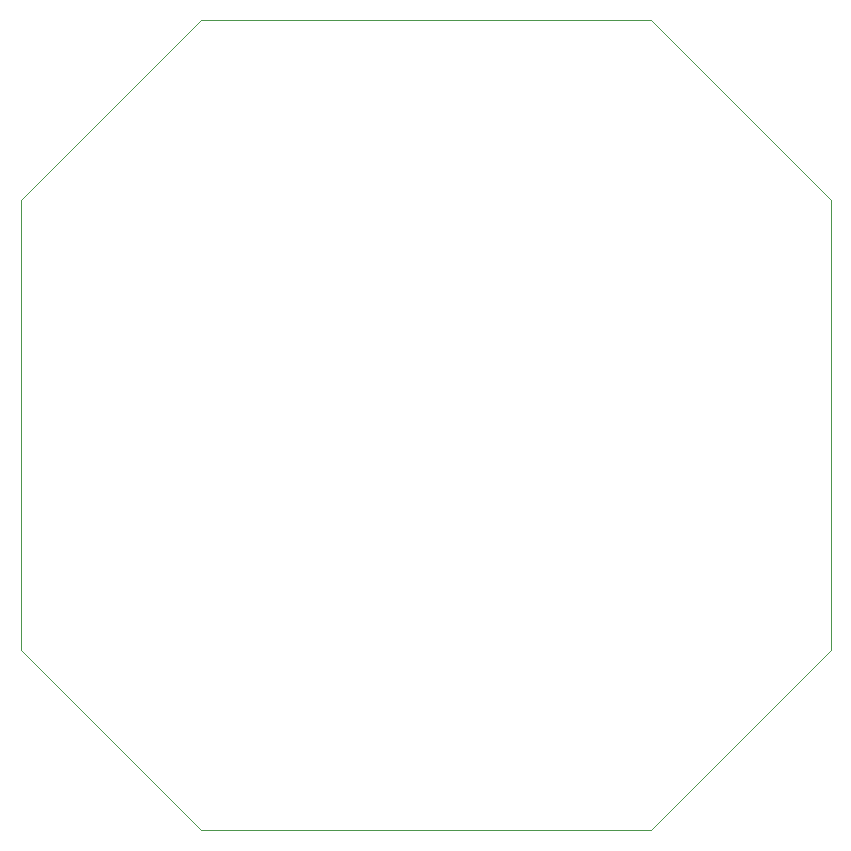
<source format=gm1>
G04 #@! TF.GenerationSoftware,KiCad,Pcbnew,(5.1.4)-1*
G04 #@! TF.CreationDate,2021-11-17T10:26:50+00:00*
G04 #@! TF.ProjectId,3Pi_IRComms_v1,3350695f-4952-4436-9f6d-6d735f76312e,rev?*
G04 #@! TF.SameCoordinates,Original*
G04 #@! TF.FileFunction,Profile,NP*
%FSLAX46Y46*%
G04 Gerber Fmt 4.6, Leading zero omitted, Abs format (unit mm)*
G04 Created by KiCad (PCBNEW (5.1.4)-1) date 2021-11-17 10:26:50*
%MOMM*%
%LPD*%
G04 APERTURE LIST*
%ADD10C,0.050000*%
G04 APERTURE END LIST*
D10*
X86360000Y-125730000D02*
X124460000Y-125730000D01*
X71120000Y-72390000D02*
X71120000Y-110490000D01*
X124460000Y-57150000D02*
X86360000Y-57150000D01*
X139700000Y-72390000D02*
X139700000Y-110490000D01*
X124460000Y-125730000D02*
X139700000Y-110490000D01*
X71120000Y-110490000D02*
X86360000Y-125730000D01*
X86360000Y-57150000D02*
X71120000Y-72390000D01*
X124460000Y-57150000D02*
X139700000Y-72390000D01*
M02*

</source>
